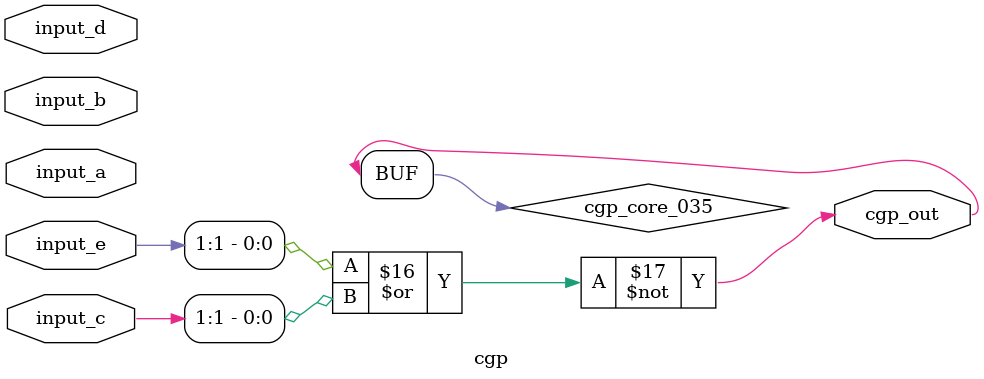
<source format=v>
module cgp(input [1:0] input_a, input [1:0] input_b, input [1:0] input_c, input [1:0] input_d, input [1:0] input_e, output [0:0] cgp_out);
  wire cgp_core_012;
  wire cgp_core_015_not;
  wire cgp_core_016;
  wire cgp_core_017;
  wire cgp_core_020;
  wire cgp_core_021;
  wire cgp_core_026_not;
  wire cgp_core_028;
  wire cgp_core_029;
  wire cgp_core_030_not;
  wire cgp_core_031_not;
  wire cgp_core_034;
  wire cgp_core_035;
  wire cgp_core_037;
  wire cgp_core_038;
  wire cgp_core_040;
  wire cgp_core_042;
  wire cgp_core_044;
  wire cgp_core_045;
  wire cgp_core_047;
  wire cgp_core_050;
  wire cgp_core_053;

  assign cgp_core_012 = ~(input_a[0] & input_d[1]);
  assign cgp_core_015_not = ~input_d[1];
  assign cgp_core_016 = ~(input_e[1] & input_a[1]);
  assign cgp_core_017 = input_d[1] ^ input_c[1];
  assign cgp_core_020 = ~input_e[0];
  assign cgp_core_021 = input_c[1] & input_c[0];
  assign cgp_core_026_not = ~input_d[1];
  assign cgp_core_028 = input_b[1] & input_d[0];
  assign cgp_core_029 = input_e[0] | input_c[0];
  assign cgp_core_030_not = ~input_a[1];
  assign cgp_core_031_not = ~input_e[0];
  assign cgp_core_034 = ~(input_c[1] | input_d[1]);
  assign cgp_core_035 = ~(input_e[1] | input_c[1]);
  assign cgp_core_037 = ~input_e[0];
  assign cgp_core_038 = input_a[1] & input_d[1];
  assign cgp_core_040 = input_d[0] ^ input_c[1];
  assign cgp_core_042 = ~(input_c[1] | input_e[0]);
  assign cgp_core_044 = ~input_a[0];
  assign cgp_core_045 = ~input_d[0];
  assign cgp_core_047 = ~input_b[1];
  assign cgp_core_050 = input_c[0] ^ input_d[0];
  assign cgp_core_053 = input_a[0] | input_d[0];

  assign cgp_out[0] = cgp_core_035;
endmodule
</source>
